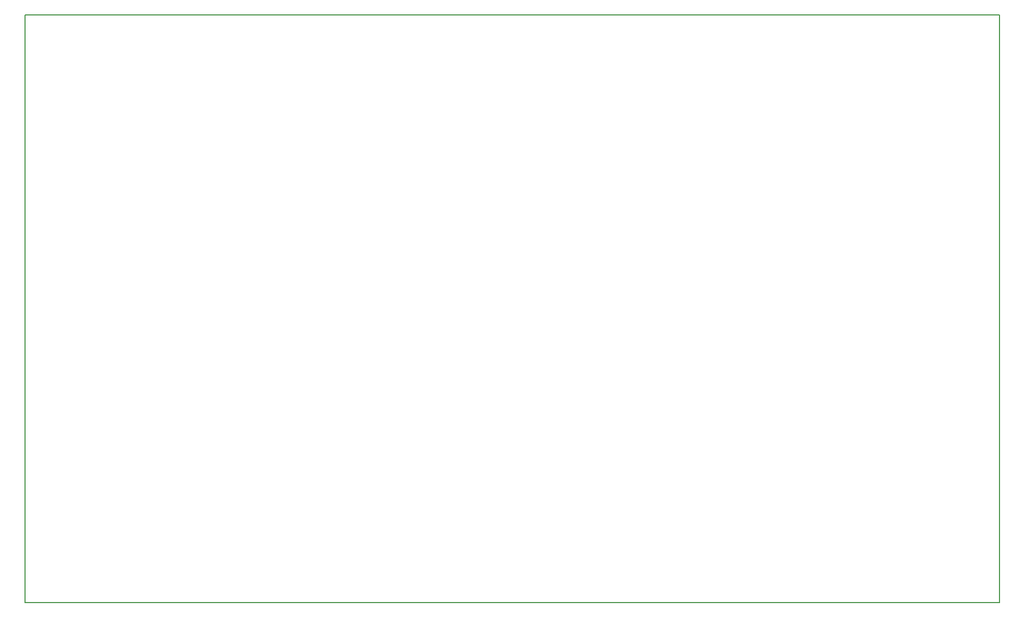
<source format=gbr>
G04 #@! TF.FileFunction,Profile,NP*
%FSLAX46Y46*%
G04 Gerber Fmt 4.6, Leading zero omitted, Abs format (unit mm)*
G04 Created by KiCad (PCBNEW 4.0.3-stable) date 10/01/17 01:55:27*
%MOMM*%
%LPD*%
G01*
G04 APERTURE LIST*
%ADD10C,0.100000*%
%ADD11C,0.150000*%
G04 APERTURE END LIST*
D10*
D11*
X76200000Y-134620000D02*
X231140000Y-134620000D01*
X76200000Y-134620000D02*
X76200000Y-41148000D01*
X231140000Y-41148000D02*
X231140000Y-134620000D01*
X220980000Y-41148000D02*
X231140000Y-41148000D01*
X76200000Y-41148000D02*
X220980000Y-41148000D01*
M02*

</source>
